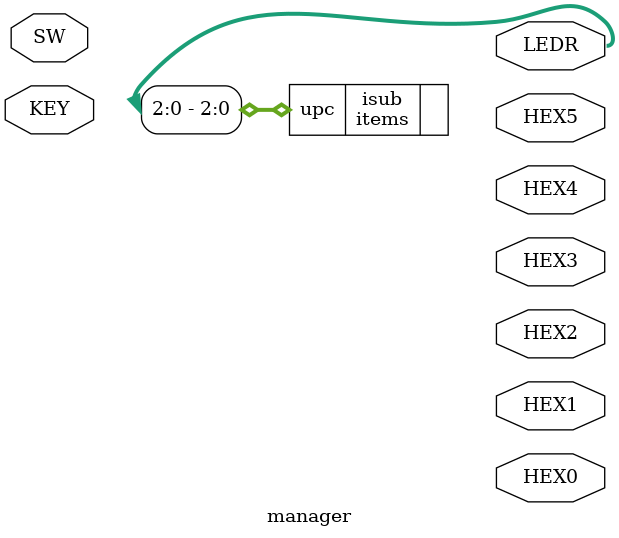
<source format=sv>
module manager (HEX0, HEX1, HEX2, HEX3, HEX4, HEX5, KEY, LEDR, SW);
   output logic [6:0]     HEX0, HEX1, HEX2, HEX3, HEX4, HEX5;
	output logic [9:0]	  LEDR;
	input  logic [3:0]     KEY;
	input  logic [9:0]      SW;
	
	
	
	items isub (.upc(LEDR[2:0]), );
	
	
	
	
endmodule
</source>
